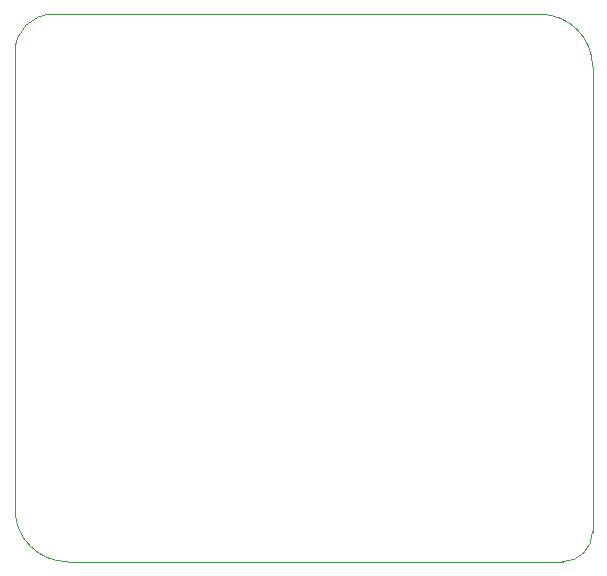
<source format=gbr>
G04 (created by PCBNEW (22-Jun-2014 BZR 4027)-stable) date Thu 15 Feb 2018 06:12:31 PM CST*
%MOIN*%
G04 Gerber Fmt 3.4, Leading zero omitted, Abs format*
%FSLAX34Y34*%
G01*
G70*
G90*
G04 APERTURE LIST*
%ADD10C,0.00590551*%
%ADD11C,0.00393701*%
G04 APERTURE END LIST*
G54D10*
G54D11*
X96250Y-44750D02*
X79750Y-44750D01*
X97250Y-28250D02*
X97250Y-43750D01*
X79250Y-26500D02*
X95500Y-26500D01*
X78000Y-27750D02*
X78000Y-43000D01*
X79250Y-26500D02*
G75*
G03X78000Y-27750I0J-1250D01*
G74*
G01*
X96250Y-44750D02*
G75*
G03X97250Y-43750I0J1000D01*
G74*
G01*
X97250Y-28250D02*
G75*
G03X95500Y-26500I-1750J0D01*
G74*
G01*
X78000Y-43000D02*
G75*
G03X79750Y-44750I1750J0D01*
G74*
G01*
M02*

</source>
